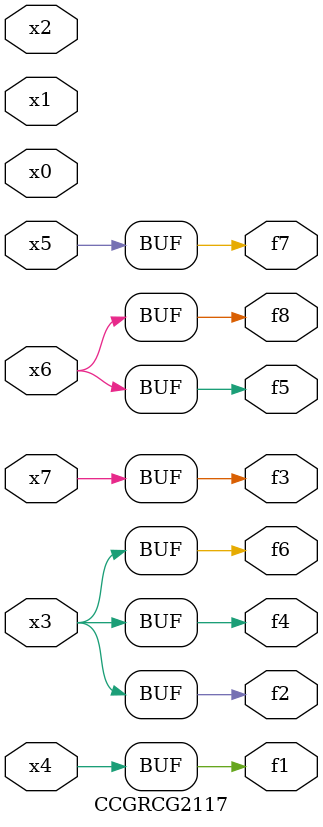
<source format=v>
module CCGRCG2117(
	input x0, x1, x2, x3, x4, x5, x6, x7,
	output f1, f2, f3, f4, f5, f6, f7, f8
);
	assign f1 = x4;
	assign f2 = x3;
	assign f3 = x7;
	assign f4 = x3;
	assign f5 = x6;
	assign f6 = x3;
	assign f7 = x5;
	assign f8 = x6;
endmodule

</source>
